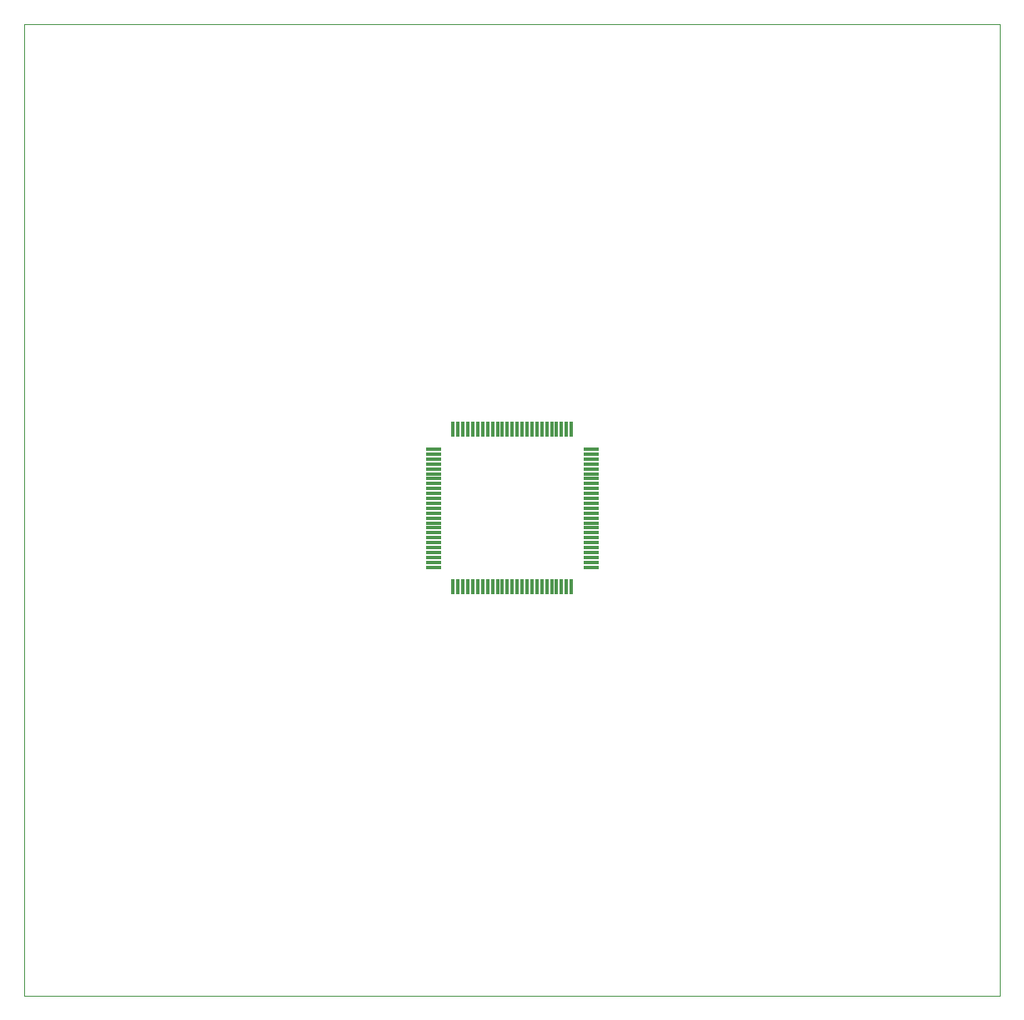
<source format=gtp>
G75*
G70*
%OFA0B0*%
%FSLAX24Y24*%
%IPPOS*%
%LPD*%
%AMOC8*
5,1,8,0,0,1.08239X$1,22.5*
%
%ADD10C,0.0000*%
%ADD11R,0.0591X0.0118*%
%ADD12R,0.0118X0.0591*%
%ADD13R,0.0591X0.0138*%
D10*
X000160Y000930D02*
X000160Y039800D01*
X039152Y039800D01*
X039152Y000930D01*
X000160Y000930D01*
D11*
X016510Y018068D03*
X016510Y018265D03*
X016510Y018462D03*
X016510Y018659D03*
X016510Y018856D03*
X016510Y019052D03*
X016510Y019249D03*
X016510Y019446D03*
X016510Y019643D03*
X016510Y019840D03*
X016510Y020037D03*
X016510Y020234D03*
X016510Y020430D03*
X016510Y020627D03*
X016510Y020824D03*
X016510Y021021D03*
X016510Y021218D03*
X016510Y021415D03*
X016510Y021611D03*
X016510Y021808D03*
X016510Y022005D03*
X016510Y022202D03*
X016510Y022399D03*
X016510Y022596D03*
X016510Y022793D03*
X022810Y022793D03*
X022810Y022596D03*
X022810Y022399D03*
X022810Y022202D03*
X022810Y021808D03*
X022810Y021611D03*
X022810Y021415D03*
X022810Y021218D03*
X022810Y021021D03*
X022810Y020824D03*
X022810Y020627D03*
X022810Y020430D03*
X022810Y020234D03*
X022810Y019840D03*
X022810Y019643D03*
X022810Y019446D03*
X022810Y019249D03*
X022810Y019052D03*
X022810Y018856D03*
X022810Y018659D03*
X022810Y018462D03*
X022810Y018265D03*
X022810Y018068D03*
D12*
X022022Y017281D03*
X021825Y017281D03*
X021629Y017281D03*
X021432Y017281D03*
X021235Y017281D03*
X021038Y017281D03*
X020841Y017281D03*
X020644Y017281D03*
X020447Y017281D03*
X020251Y017281D03*
X020054Y017281D03*
X019857Y017281D03*
X019660Y017281D03*
X019463Y017281D03*
X019266Y017281D03*
X019069Y017281D03*
X018873Y017281D03*
X018676Y017281D03*
X018479Y017281D03*
X018282Y017281D03*
X018085Y017281D03*
X017888Y017281D03*
X017691Y017281D03*
X017495Y017281D03*
X017298Y017281D03*
X017298Y023580D03*
X017495Y023580D03*
X017691Y023580D03*
X017888Y023580D03*
X018085Y023580D03*
X018282Y023580D03*
X018479Y023580D03*
X018676Y023580D03*
X018873Y023580D03*
X019069Y023580D03*
X019266Y023580D03*
X019463Y023580D03*
X019660Y023580D03*
X019857Y023580D03*
X020054Y023580D03*
X020251Y023580D03*
X020447Y023580D03*
X020644Y023580D03*
X020841Y023580D03*
X021038Y023580D03*
X021235Y023580D03*
X021432Y023580D03*
X021629Y023580D03*
X021825Y023580D03*
X022022Y023580D03*
D13*
X022810Y022005D03*
X022810Y020037D03*
M02*

</source>
